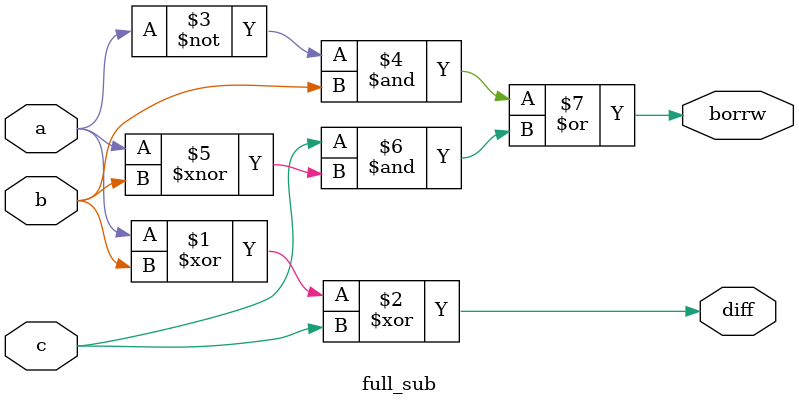
<source format=v>
module full_sub(a,b,c,diff,borrw);
input a,b,c;
output diff,borrw;

assign diff = a^b^c;
assign borrw =(~a & b)|(c&(a~^b));

endmodule


</source>
